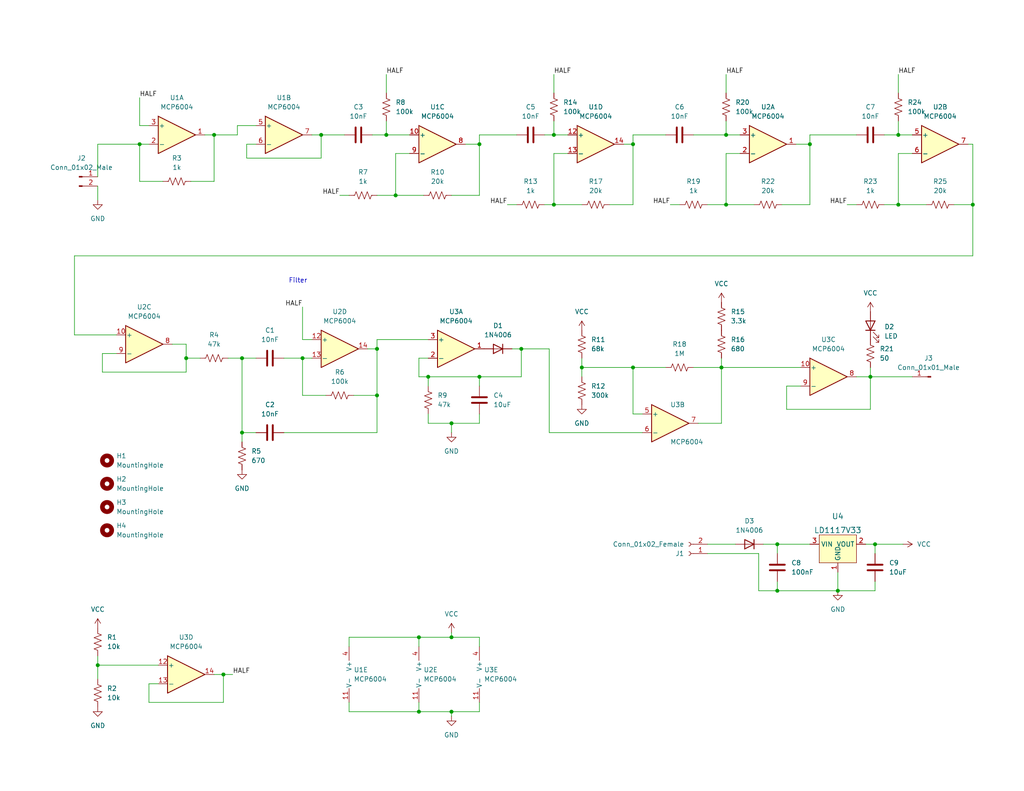
<source format=kicad_sch>
(kicad_sch (version 20211123) (generator eeschema)
  (paper "USLetter")
  (title_block (title "Beacon Detector") (date "2022-04-12") (rev "v2.0"))
  (lib_symbols
    (symbol "Amplifier_Operational:MCP6004" (pin_names (offset 0.127))
      (property "Reference" "U" (at 0 5.08 0))
      (property "Value" "MCP6004" (at 0 -5.08 0))
      (symbol "MCP6004_1_1"
        (polyline (pts (xy -5.08 5.08) (xy 5.08 0) (xy -5.08 -5.08) (xy -5.08 5.08)) (stroke (width 0.254)) (fill (type background)))
        (pin output line (at 7.62 0 180) (length 2.54) (name "~") (number "1"))
        (pin input line (at -7.62 -2.54 0) (length 2.54) (name "-") (number "2"))
        (pin input line (at -7.62 2.54 0) (length 2.54) (name "+") (number "3"))
      )
      (symbol "MCP6004_2_1"
        (polyline (pts (xy -5.08 5.08) (xy 5.08 0) (xy -5.08 -5.08) (xy -5.08 5.08)) (stroke (width 0.254)) (fill (type background)))
        (pin input line (at -7.62 2.54 0) (length 2.54) (name "+") (number "5"))
        (pin input line (at -7.62 -2.54 0) (length 2.54) (name "-") (number "6"))
        (pin output line (at 7.62 0 180) (length 2.54) (name "~") (number "7"))
      )
      (symbol "MCP6004_3_1"
        (polyline (pts (xy -5.08 5.08) (xy 5.08 0) (xy -5.08 -5.08) (xy -5.08 5.08)) (stroke (width 0.254)) (fill (type background)))
        (pin input line (at -7.62 2.54 0) (length 2.54) (name "+") (number "10"))
        (pin output line (at 7.62 0 180) (length 2.54) (name "~") (number "8"))
        (pin input line (at -7.62 -2.54 0) (length 2.54) (name "-") (number "9"))
      )
      (symbol "MCP6004_4_1"
        (polyline (pts (xy -5.08 5.08) (xy 5.08 0) (xy -5.08 -5.08) (xy -5.08 5.08)) (stroke (width 0.254)) (fill (type background)))
        (pin input line (at -7.62 2.54 0) (length 2.54) (name "+") (number "12"))
        (pin input line (at -7.62 -2.54 0) (length 2.54) (name "-") (number "13"))
        (pin output line (at 7.62 0 180) (length 2.54) (name "~") (number "14"))
      )
      (symbol "MCP6004_5_1"
        (pin power_in line (at -2.54 -7.62 90) (length 3.81) (name "V-") (number "11"))
        (pin power_in line (at -2.54 7.62 270) (length 3.81) (name "V+") (number "4"))
      )
    )
    (symbol "Connector:Conn_01x01_Male" (pin_names (offset 1.016) hide)
      (property "Reference" "J" (at 0 2.54 0))
      (property "Value" "Conn_01x01_Male" (at 0 -2.54 0))
      (symbol "Conn_01x01_Male_1_1"
        (polyline (pts (xy 1.27 0) (xy 0.8636 0)) (stroke (width 0.1524)))
        (rectangle (start 0.8636 0.127) (end 0 -0.127) (stroke (width 0.1524)) (fill (type outline)))
        (pin passive line (at 5.08 0 180) (length 3.81) (name "Pin_1") (number "1"))
      )
    )
    (symbol "Connector:Conn_01x02_Female" (pin_names (offset 1.016) hide)
      (property "Reference" "J" (at 0 2.54 0))
      (property "Value" "Conn_01x02_Female" (at 0 -5.08 0))
      (symbol "Conn_01x02_Female_1_1"
        (arc (start 0 -2.032) (mid -0.508 -2.54) (end 0 -3.048) (stroke (width 0.1524)))
        (polyline (pts (xy -1.27 -2.54) (xy -0.508 -2.54)) (stroke (width 0.1524)))
        (polyline (pts (xy -1.27 0) (xy -0.508 0)) (stroke (width 0.1524)))
        (arc (start 0 0.508) (mid -0.508 0) (end 0 -0.508) (stroke (width 0.1524)))
        (pin passive line (at -5.08 0 0) (length 3.81) (name "Pin_1") (number "1"))
        (pin passive line (at -5.08 -2.54 0) (length 3.81) (name "Pin_2") (number "2"))
      )
    )
    (symbol "Connector:Conn_01x02_Male" (pin_names (offset 1.016) hide)
      (property "Reference" "J" (at 0 2.54 0))
      (property "Value" "Conn_01x02_Male" (at 0 -5.08 0))
      (symbol "Conn_01x02_Male_1_1"
        (polyline (pts (xy 1.27 -2.54) (xy 0.8636 -2.54)) (stroke (width 0.1524)))
        (polyline (pts (xy 1.27 0) (xy 0.8636 0)) (stroke (width 0.1524)))
        (rectangle (start 0.8636 -2.413) (end 0 -2.667) (stroke (width 0.1524)) (fill (type outline)))
        (rectangle (start 0.8636 0.127) (end 0 -0.127) (stroke (width 0.1524)) (fill (type outline)))
        (pin passive line (at 5.08 0 180) (length 3.81) (name "Pin_1") (number "1"))
        (pin passive line (at 5.08 -2.54 180) (length 3.81) (name "Pin_2") (number "2"))
      )
    )
    (symbol "Device:C" (pin_numbers hide) (pin_names (offset 0.254))
      (property "Reference" "C" (at 0.635 2.54 0))
      (property "Value" "C" (at 0.635 -2.54 0))
      (symbol "C_0_1"
        (polyline (pts (xy -2.032 -0.762) (xy 2.032 -0.762)) (stroke (width 0.508)))
        (polyline (pts (xy -2.032 0.762) (xy 2.032 0.762)) (stroke (width 0.508)))
      )
      (symbol "C_1_1"
        (pin passive line (at 0 3.81 270) (length 2.794) (name "~") (number "1"))
        (pin passive line (at 0 -3.81 90) (length 2.794) (name "~") (number "2"))
      )
    )
    (symbol "Device:LED" (pin_numbers hide) (pin_names (offset 1.016) hide)
      (property "Reference" "D" (at 0 2.54 0))
      (property "Value" "LED" (at 0 -2.54 0))
      (symbol "LED_0_1"
        (polyline (pts (xy -1.27 -1.27) (xy -1.27 1.27)) (stroke (width 0.254)))
        (polyline (pts (xy -1.27 0) (xy 1.27 0)))
        (polyline (pts (xy 1.27 -1.27) (xy 1.27 1.27) (xy -1.27 0) (xy 1.27 -1.27)) (stroke (width 0.254)))
        (polyline (pts (xy -3.048 -0.762) (xy -4.572 -2.286) (xy -3.81 -2.286) (xy -4.572 -2.286) (xy -4.572 -1.524)))
        (polyline (pts (xy -1.778 -0.762) (xy -3.302 -2.286) (xy -2.54 -2.286) (xy -3.302 -2.286) (xy -3.302 -1.524)))
      )
      (symbol "LED_1_1"
        (pin passive line (at -3.81 0 0) (length 2.54) (name "K") (number "1"))
        (pin passive line (at 3.81 0 180) (length 2.54) (name "A") (number "2"))
      )
    )
    (symbol "Device:R_US" (pin_numbers hide) (pin_names (offset 0))
      (property "Reference" "R" (at 2.54 0 90))
      (property "Value" "R_US" (at -2.54 0 90))
      (symbol "R_US_0_1"
        (polyline (pts (xy 0 -2.286) (xy 0 -2.54)))
        (polyline (pts (xy 0 2.286) (xy 0 2.54)))
        (polyline (pts (xy 0 -0.762) (xy 1.016 -1.143) (xy 0 -1.524) (xy -1.016 -1.905) (xy 0 -2.286)))
        (polyline (pts (xy 0 0.762) (xy 1.016 0.381) (xy 0 0) (xy -1.016 -0.381) (xy 0 -0.762)))
        (polyline (pts (xy 0 2.286) (xy 1.016 1.905) (xy 0 1.524) (xy -1.016 1.143) (xy 0 0.762)))
      )
      (symbol "R_US_1_1"
        (pin passive line (at 0 3.81 270) (length 1.27) (name "~") (number "1"))
        (pin passive line (at 0 -3.81 90) (length 1.27) (name "~") (number "2"))
      )
    )
    (symbol "Diode:1N4006" (pin_numbers hide) (pin_names (offset 1.016) hide)
      (property "Reference" "D" (at 0 2.54 0))
      (property "Value" "1N4006" (at 0 -2.54 0))
      (symbol "1N4006_0_1"
        (polyline (pts (xy -1.27 1.27) (xy -1.27 -1.27)) (stroke (width 0.254)))
        (polyline (pts (xy 1.27 0) (xy -1.27 0)))
        (polyline (pts (xy 1.27 1.27) (xy 1.27 -1.27) (xy -1.27 0) (xy 1.27 1.27)) (stroke (width 0.254)))
      )
      (symbol "1N4006_1_1"
        (pin passive line (at -3.81 0 0) (length 2.54) (name "K") (number "1"))
        (pin passive line (at 3.81 0 180) (length 2.54) (name "A") (number "2"))
      )
    )
    (symbol "Mechanical:MountingHole" (pin_names (offset 1.016))
      (property "Reference" "H" (at 0 5.08 0))
      (property "Value" "MountingHole" (at 0 3.175 0))
      (symbol "MountingHole_0_1"
        (circle (center 0 0) (radius 1.27) (stroke (width 1.27)))
      )
    )
    (symbol "dk_PMIC-Voltage-Regulators-Linear:LD1117V33"
      (property "Reference" "U" (at 0 3.81 0))
      (property "Value" "LD1117V33" (at 0 6.35 0))
      (symbol "LD1117V33_1_1"
        (rectangle (start -5.08 2.54) (end 5.08 -5.08) (fill (type background)))
        (pin power_in line (at 0 -7.62 90) (length 2.54) (name "GND") (number "1"))
        (pin power_out line (at 7.62 0 180) (length 2.54) (name "VOUT") (number "2"))
        (pin power_in line (at -7.62 0 0) (length 2.54) (name "VIN") (number "3"))
      )
    )
    (symbol "power:GND" (power) (pin_names (offset 0))
      (property "Value" "GND" (at 0 -3.81 0))
      (symbol "GND_0_1"
        (polyline (pts (xy 0 0) (xy 0 -1.27) (xy 1.27 -1.27) (xy 0 -2.54) (xy -1.27 -1.27) (xy 0 -1.27)))
      )
      (symbol "GND_1_1"
        (pin power_in line (at 0 0 270) (length 0) hide (name "GND") (number "1"))
      )
    )
    (symbol "power:VCC" (power) (pin_names (offset 0))
      (property "Value" "VCC" (at 0 3.81 0))
      (symbol "VCC_0_1"
        (polyline (pts (xy -0.762 1.27) (xy 0 2.54)))
        (polyline (pts (xy 0 0) (xy 0 2.54)))
        (polyline (pts (xy 0 2.54) (xy 0.762 1.27)))
      )
      (symbol "VCC_1_1"
        (pin power_in line (at 0 0 90) (length 0) hide (name "VCC") (number "1"))
      )
    )
  )
  (junction (at 172.72 100.33))
  (junction (at 116.84 102.87))
  (junction (at 130.81 39.37))
  (junction (at 151.13 55.88))
  (junction (at 102.87 107.95))
  (junction (at 66.04 97.79))
  (junction (at 198.12 55.88))
  (junction (at 114.3 173.99))
  (junction (at 66.04 118.11))
  (junction (at 228.6 161.29))
  (junction (at 50.8 97.79))
  (junction (at 58.42 36.83))
  (junction (at 114.3 194.31))
  (junction (at 151.13 36.83))
  (junction (at 123.19 173.99))
  (junction (at 105.41 36.83))
  (junction (at 212.09 161.29))
  (junction (at 245.11 55.88))
  (junction (at 265.43 55.88))
  (junction (at 123.19 194.31))
  (junction (at 130.81 102.87))
  (junction (at 107.95 53.34))
  (junction (at 172.72 39.37))
  (junction (at 38.1 39.37))
  (junction (at 158.75 100.33))
  (junction (at 212.09 148.59))
  (junction (at 60.96 184.15))
  (junction (at 238.76 148.59))
  (junction (at 142.24 95.25))
  (junction (at 123.19 115.57))
  (junction (at 102.87 95.25))
  (junction (at 87.63 36.83))
  (junction (at 82.55 97.79))
  (junction (at 196.85 100.33))
  (junction (at 220.98 39.37))
  (junction (at 245.11 36.83))
  (junction (at 198.12 36.83))
  (junction (at 237.49 102.87))
  (junction (at 26.67 181.61))
  (wire (pts (xy 218.44 105.41) (xy 214.63 105.41)))
  (wire (pts (xy 220.98 36.83) (xy 233.68 36.83)))
  (wire (pts (xy 38.1 49.53) (xy 44.45 49.53)))
  (wire (pts (xy 123.19 115.57) (xy 123.19 118.11)))
  (wire (pts (xy 138.43 55.88) (xy 140.97 55.88)))
  (wire (pts (xy 154.94 41.91) (xy 151.13 41.91)))
  (wire (pts (xy 40.64 191.77) (xy 60.96 191.77)))
  (wire (pts (xy 27.94 101.6) (xy 50.8 101.6)))
  (wire (pts (xy 114.3 97.79) (xy 114.3 102.87)))
  (wire (pts (xy 198.12 20.32) (xy 198.12 25.4)))
  (wire (pts (xy 212.09 148.59) (xy 220.98 148.59)))
  (wire (pts (xy 66.04 97.79) (xy 69.85 97.79)))
  (wire (pts (xy 26.67 181.61) (xy 26.67 185.42)))
  (wire (pts (xy 50.8 93.98) (xy 50.8 97.79)))
  (wire (pts (xy 166.37 55.88) (xy 172.72 55.88)))
  (wire (pts (xy 238.76 148.59) (xy 238.76 151.13)))
  (wire (pts (xy 212.09 148.59) (xy 212.09 151.13)))
  (wire (pts (xy 26.67 50.8) (xy 26.67 54.61)))
  (wire (pts (xy 172.72 100.33) (xy 158.75 100.33)))
  (wire (pts (xy 158.75 100.33) (xy 158.75 102.87)))
  (wire (pts (xy 130.81 102.87) (xy 142.24 102.87)))
  (wire (pts (xy 26.67 39.37) (xy 38.1 39.37)))
  (wire (pts (xy 245.11 20.32) (xy 245.11 25.4)))
  (wire (pts (xy 43.18 186.69) (xy 40.64 186.69)))
  (wire (pts (xy 213.36 55.88) (xy 220.98 55.88)))
  (wire (pts (xy 87.63 43.18) (xy 87.63 36.83)))
  (wire (pts (xy 193.04 151.13) (xy 207.01 151.13)))
  (wire (pts (xy 151.13 41.91) (xy 151.13 55.88)))
  (wire (pts (xy 130.81 173.99) (xy 130.81 176.53)))
  (wire (pts (xy 231.14 55.88) (xy 233.68 55.88)))
  (wire (pts (xy 82.55 92.71) (xy 82.55 83.82)))
  (wire (pts (xy 220.98 55.88) (xy 220.98 39.37)))
  (wire (pts (xy 87.63 36.83) (xy 93.98 36.83)))
  (wire (pts (xy 130.81 39.37) (xy 130.81 36.83)))
  (wire (pts (xy 26.67 181.61) (xy 26.67 179.07)))
  (wire (pts (xy 107.95 41.91) (xy 107.95 53.34)))
  (wire (pts (xy 50.8 97.79) (xy 54.61 97.79)))
  (wire (pts (xy 116.84 102.87) (xy 130.81 102.87)))
  (wire (pts (xy 64.77 36.83) (xy 64.77 34.29)))
  (wire (pts (xy 245.11 33.02) (xy 245.11 36.83)))
  (wire (pts (xy 198.12 36.83) (xy 201.93 36.83)))
  (wire (pts (xy 142.24 95.25) (xy 149.86 95.25)))
  (wire (pts (xy 241.3 36.83) (xy 245.11 36.83)))
  (wire (pts (xy 69.85 39.37) (xy 67.31 39.37)))
  (wire (pts (xy 245.11 36.83) (xy 248.92 36.83)))
  (wire (pts (xy 148.59 55.88) (xy 151.13 55.88)))
  (wire (pts (xy 248.92 41.91) (xy 245.11 41.91)))
  (wire (pts (xy 95.25 173.99) (xy 114.3 173.99)))
  (wire (pts (xy 193.04 148.59) (xy 200.66 148.59)))
  (wire (pts (xy 95.25 194.31) (xy 95.25 191.77)))
  (wire (pts (xy 102.87 92.71) (xy 116.84 92.71)))
  (wire (pts (xy 196.85 100.33) (xy 218.44 100.33)))
  (wire (pts (xy 100.33 95.25) (xy 102.87 95.25)))
  (wire (pts (xy 189.23 100.33) (xy 196.85 100.33)))
  (wire (pts (xy 148.59 36.83) (xy 151.13 36.83)))
  (wire (pts (xy 238.76 158.75) (xy 238.76 161.29)))
  (wire (pts (xy 60.96 184.15) (xy 63.5 184.15)))
  (wire (pts (xy 26.67 39.37) (xy 26.67 48.26)))
  (wire (pts (xy 245.11 41.91) (xy 245.11 55.88)))
  (wire (pts (xy 175.26 113.03) (xy 172.72 113.03)))
  (wire (pts (xy 31.75 96.52) (xy 27.94 96.52)))
  (wire (pts (xy 130.81 102.87) (xy 130.81 105.41)))
  (wire (pts (xy 105.41 20.32) (xy 105.41 25.4)))
  (wire (pts (xy 114.3 194.31) (xy 95.25 194.31)))
  (wire (pts (xy 172.72 36.83) (xy 172.72 39.37)))
  (wire (pts (xy 237.49 102.87) (xy 248.92 102.87)))
  (wire (pts (xy 130.81 113.03) (xy 130.81 115.57)))
  (wire (pts (xy 237.49 111.76) (xy 237.49 102.87)))
  (wire (pts (xy 58.42 49.53) (xy 52.07 49.53)))
  (wire (pts (xy 38.1 39.37) (xy 38.1 49.53)))
  (wire (pts (xy 208.28 148.59) (xy 212.09 148.59)))
  (wire (pts (xy 67.31 39.37) (xy 67.31 43.18)))
  (wire (pts (xy 130.81 53.34) (xy 130.81 39.37)))
  (wire (pts (xy 172.72 39.37) (xy 172.72 55.88)))
  (wire (pts (xy 87.63 36.83) (xy 85.09 36.83)))
  (wire (pts (xy 214.63 111.76) (xy 237.49 111.76)))
  (wire (pts (xy 38.1 26.67) (xy 38.1 34.29)))
  (wire (pts (xy 50.8 101.6) (xy 50.8 97.79)))
  (wire (pts (xy 130.81 191.77) (xy 130.81 194.31)))
  (wire (pts (xy 139.7 95.25) (xy 142.24 95.25)))
  (wire (pts (xy 55.88 36.83) (xy 58.42 36.83)))
  (wire (pts (xy 102.87 118.11) (xy 102.87 107.95)))
  (wire (pts (xy 170.18 39.37) (xy 172.72 39.37)))
  (wire (pts (xy 212.09 161.29) (xy 207.01 161.29)))
  (wire (pts (xy 130.81 194.31) (xy 123.19 194.31)))
  (wire (pts (xy 46.99 93.98) (xy 50.8 93.98)))
  (wire (pts (xy 172.72 113.03) (xy 172.72 100.33)))
  (wire (pts (xy 189.23 36.83) (xy 198.12 36.83)))
  (wire (pts (xy 77.47 118.11) (xy 102.87 118.11)))
  (wire (pts (xy 40.64 186.69) (xy 40.64 191.77)))
  (wire (pts (xy 241.3 55.88) (xy 245.11 55.88)))
  (wire (pts (xy 88.9 107.95) (xy 82.55 107.95)))
  (wire (pts (xy 20.32 91.44) (xy 31.75 91.44)))
  (wire (pts (xy 111.76 41.91) (xy 107.95 41.91)))
  (wire (pts (xy 123.19 172.72) (xy 123.19 173.99)))
  (wire (pts (xy 27.94 96.52) (xy 27.94 101.6)))
  (wire (pts (xy 212.09 158.75) (xy 212.09 161.29)))
  (wire (pts (xy 151.13 55.88) (xy 158.75 55.88)))
  (wire (pts (xy 238.76 148.59) (xy 246.38 148.59)))
  (wire (pts (xy 214.63 105.41) (xy 214.63 111.76)))
  (wire (pts (xy 149.86 95.25) (xy 149.86 118.11)))
  (wire (pts (xy 151.13 36.83) (xy 154.94 36.83)))
  (wire (pts (xy 245.11 55.88) (xy 252.73 55.88)))
  (wire (pts (xy 265.43 69.85) (xy 20.32 69.85)))
  (wire (pts (xy 237.49 100.33) (xy 237.49 102.87)))
  (wire (pts (xy 64.77 34.29) (xy 69.85 34.29)))
  (wire (pts (xy 265.43 55.88) (xy 265.43 39.37)))
  (wire (pts (xy 228.6 161.29) (xy 228.6 156.21)))
  (wire (pts (xy 62.23 97.79) (xy 66.04 97.79)))
  (wire (pts (xy 236.22 148.59) (xy 238.76 148.59)))
  (wire (pts (xy 123.19 173.99) (xy 130.81 173.99)))
  (wire (pts (xy 220.98 36.83) (xy 220.98 39.37)))
  (wire (pts (xy 238.76 161.29) (xy 228.6 161.29)))
  (wire (pts (xy 114.3 173.99) (xy 123.19 173.99)))
  (wire (pts (xy 198.12 55.88) (xy 205.74 55.88)))
  (wire (pts (xy 142.24 102.87) (xy 142.24 95.25)))
  (wire (pts (xy 38.1 39.37) (xy 40.64 39.37)))
  (wire (pts (xy 102.87 107.95) (xy 96.52 107.95)))
  (wire (pts (xy 116.84 102.87) (xy 116.84 105.41)))
  (wire (pts (xy 102.87 95.25) (xy 102.87 92.71)))
  (wire (pts (xy 101.6 36.83) (xy 105.41 36.83)))
  (wire (pts (xy 105.41 33.02) (xy 105.41 36.83)))
  (wire (pts (xy 130.81 36.83) (xy 140.97 36.83)))
  (wire (pts (xy 82.55 97.79) (xy 85.09 97.79)))
  (wire (pts (xy 217.17 39.37) (xy 220.98 39.37)))
  (wire (pts (xy 212.09 161.29) (xy 228.6 161.29)))
  (wire (pts (xy 58.42 36.83) (xy 58.42 49.53)))
  (wire (pts (xy 265.43 55.88) (xy 265.43 69.85)))
  (wire (pts (xy 67.31 43.18) (xy 87.63 43.18)))
  (wire (pts (xy 60.96 184.15) (xy 58.42 184.15)))
  (wire (pts (xy 114.3 173.99) (xy 114.3 176.53)))
  (wire (pts (xy 102.87 95.25) (xy 102.87 107.95)))
  (wire (pts (xy 158.75 97.79) (xy 158.75 100.33)))
  (wire (pts (xy 58.42 36.83) (xy 64.77 36.83)))
  (wire (pts (xy 260.35 55.88) (xy 265.43 55.88)))
  (wire (pts (xy 151.13 33.02) (xy 151.13 36.83)))
  (wire (pts (xy 264.16 39.37) (xy 265.43 39.37)))
  (wire (pts (xy 196.85 100.33) (xy 196.85 115.57)))
  (wire (pts (xy 60.96 191.77) (xy 60.96 184.15)))
  (wire (pts (xy 149.86 118.11) (xy 175.26 118.11)))
  (wire (pts (xy 201.93 41.91) (xy 198.12 41.91)))
  (wire (pts (xy 66.04 97.79) (xy 66.04 118.11)))
  (wire (pts (xy 105.41 36.83) (xy 111.76 36.83)))
  (wire (pts (xy 95.25 176.53) (xy 95.25 173.99)))
  (wire (pts (xy 114.3 102.87) (xy 116.84 102.87)))
  (wire (pts (xy 123.19 194.31) (xy 114.3 194.31)))
  (wire (pts (xy 123.19 195.58) (xy 123.19 194.31)))
  (wire (pts (xy 38.1 34.29) (xy 40.64 34.29)))
  (wire (pts (xy 198.12 33.02) (xy 198.12 36.83)))
  (wire (pts (xy 116.84 115.57) (xy 123.19 115.57)))
  (wire (pts (xy 207.01 161.29) (xy 207.01 151.13)))
  (wire (pts (xy 66.04 118.11) (xy 69.85 118.11)))
  (wire (pts (xy 85.09 92.71) (xy 82.55 92.71)))
  (wire (pts (xy 116.84 113.03) (xy 116.84 115.57)))
  (wire (pts (xy 123.19 53.34) (xy 130.81 53.34)))
  (wire (pts (xy 193.04 55.88) (xy 198.12 55.88)))
  (wire (pts (xy 127 39.37) (xy 130.81 39.37)))
  (wire (pts (xy 172.72 100.33) (xy 181.61 100.33)))
  (wire (pts (xy 114.3 191.77) (xy 114.3 194.31)))
  (wire (pts (xy 237.49 102.87) (xy 233.68 102.87)))
  (wire (pts (xy 107.95 53.34) (xy 115.57 53.34)))
  (wire (pts (xy 66.04 118.11) (xy 66.04 120.65)))
  (wire (pts (xy 20.32 69.85) (xy 20.32 91.44)))
  (wire (pts (xy 196.85 97.79) (xy 196.85 100.33)))
  (wire (pts (xy 182.88 55.88) (xy 185.42 55.88)))
  (wire (pts (xy 92.71 53.34) (xy 95.25 53.34)))
  (wire (pts (xy 123.19 115.57) (xy 130.81 115.57)))
  (wire (pts (xy 102.87 53.34) (xy 107.95 53.34)))
  (wire (pts (xy 198.12 41.91) (xy 198.12 55.88)))
  (wire (pts (xy 43.18 181.61) (xy 26.67 181.61)))
  (wire (pts (xy 82.55 107.95) (xy 82.55 97.79)))
  (wire (pts (xy 116.84 97.79) (xy 114.3 97.79)))
  (wire (pts (xy 151.13 20.32) (xy 151.13 25.4)))
  (wire (pts (xy 190.5 115.57) (xy 196.85 115.57)))
  (wire (pts (xy 77.47 97.79) (xy 82.55 97.79)))
  (wire (pts (xy 172.72 36.83) (xy 181.61 36.83)))
  (text "Filter" (at 78.74 77.47 0) (effects (font (size 1.27 1.27)) (justify left bottom)))
  (label "HALF" (at 245.11 20.32 0))
  (label "HALF" (at 63.5 184.15 0))
  (label "HALF" (at 151.13 20.32 0))
  (label "HALF" (at 231.14 55.88 180))
  (label "HALF" (at 138.43 55.88 180))
  (label "HALF" (at 38.1 26.67 0))
  (label "HALF" (at 198.12 20.32 0))
  (label "HALF" (at 92.71 53.34 180))
  (label "HALF" (at 182.88 55.88 180))
  (label "HALF" (at 105.41 20.32 0))
  (label "HALF" (at 82.55 83.82 180))
  (symbol (lib_id "Device:R_US") (at 116.84 109.22 0) (unit 1)
    (property "Reference" "R9" (at 119.38 107.9499 0) (effects (justify left)))
    (property "Value" "47k" (at 119.38 110.4899 0) (effects (justify left)))
    (property "Footprint" "Resistor_THT:R_Axial_DIN0204_L3.6mm_D1.6mm_P7.62mm_Horizontal" (effects hide))
  )
  (symbol (lib_id "Amplifier_Operational:MCP6004") (at 116.84 184.15 0) (unit 5)
    (property "Reference" "U2" (at 115.57 182.8799 0) (effects (justify left)))
    (property "Value" "MCP6004" (at 115.57 185.4199 0) (effects (justify left)))
    (property "Footprint" "Package_DIP:DIP-14_W7.62mm" (effects hide))
    (property "Datasheet" "http://ww1.microchip.com/downloads/en/DeviceDoc/21733j.pdf" (effects hide))
  )
  (symbol (lib_id "Device:R_US") (at 99.06 53.34 90) (unit 1)
    (property "Reference" "R7" (at 99.06 46.99 90))
    (property "Value" "1k" (at 99.06 49.53 90))
    (property "Footprint" "Resistor_THT:R_Axial_DIN0204_L3.6mm_D1.6mm_P7.62mm_Horizontal" (effects hide))
  )
  (symbol (lib_id "Device:LED") (at 237.49 88.9 90) (unit 1)
    (property "Reference" "D2" (at 241.3 89.2174 90) (effects (justify right)))
    (property "Value" "LED" (at 241.3 91.7574 90) (effects (justify right)))
    (property "Footprint" "LED_THT:LED_D5.0mm" (effects hide))
  )
  (symbol (lib_id "Connector:Conn_01x02_Male") (at 21.59 48.26 0) (unit 1)
    (property "Reference" "J2" (at 22.225 43.18 0))
    (property "Value" "Conn_01x02_Male" (at 22.225 45.72 0))
    (property "Footprint" "Connector_PinHeader_2.54mm:PinHeader_1x02_P2.54mm_Vertical" (effects hide))
  )
  (symbol (lib_id "Amplifier_Operational:MCP6004") (at 77.47 36.83 0) (unit 2)
    (property "Reference" "U1" (at 77.47 26.67 0))
    (property "Value" "MCP6004" (at 77.47 29.21 0))
    (property "Footprint" "Package_DIP:DIP-14_W7.62mm" (effects hide))
    (property "Datasheet" "http://ww1.microchip.com/downloads/en/DeviceDoc/21733j.pdf" (effects hide))
  )
  (symbol (lib_id "Device:R_US") (at 105.41 29.21 180) (unit 1)
    (property "Reference" "R8" (at 107.95 27.9399 0) (effects (justify right)))
    (property "Value" "100k" (at 107.95 30.4799 0) (effects (justify right)))
    (property "Footprint" "Resistor_THT:R_Axial_DIN0204_L3.6mm_D1.6mm_P7.62mm_Horizontal" (effects hide))
  )
  (symbol (lib_id "Amplifier_Operational:MCP6004") (at 92.71 95.25 0) (unit 4)
    (property "Reference" "U2" (at 92.71 85.09 0))
    (property "Value" "MCP6004" (at 92.71 87.63 0))
    (property "Footprint" "Package_DIP:DIP-14_W7.62mm" (effects hide))
    (property "Datasheet" "http://ww1.microchip.com/downloads/en/DeviceDoc/21733j.pdf" (effects hide))
  )
  (symbol (lib_id "Device:C") (at 212.09 154.94 0) (unit 1)
    (property "Reference" "C8" (at 215.9 153.6699 0) (effects (justify left)))
    (property "Value" "100nF" (at 215.9 156.2099 0) (effects (justify left)))
    (property "Footprint" "Capacitor_THT:C_Rect_L4.0mm_W2.5mm_P2.50mm" (effects hide))
  )
  (symbol (lib_id "Amplifier_Operational:MCP6004") (at 133.35 184.15 0) (unit 5)
    (property "Reference" "U3" (at 132.08 182.8799 0) (effects (justify left)))
    (property "Value" "MCP6004" (at 132.08 185.4199 0) (effects (justify left)))
    (property "Footprint" "Package_DIP:DIP-14_W7.62mm" (effects hide))
    (property "Datasheet" "http://ww1.microchip.com/downloads/en/DeviceDoc/21733j.pdf" (effects hide))
  )
  (symbol (lib_id "Device:C") (at 185.42 36.83 90) (unit 1)
    (property "Reference" "C6" (at 185.42 29.21 90))
    (property "Value" "10nF" (at 185.42 31.75 90))
    (property "Footprint" "Capacitor_THT:C_Disc_D5.0mm_W2.5mm_P5.00mm" (effects hide))
  )
  (symbol (lib_id "power:GND") (at 228.6 161.29 0) (unit 1)
    (property "Reference" "#PWR0104" (effects hide))
    (property "Value" "GND" (at 228.6 166.37 0))
  )
  (symbol (lib_id "Diode:1N4006") (at 204.47 148.59 180) (unit 1)
    (property "Reference" "D3" (at 204.47 142.24 0))
    (property "Value" "1N4006" (at 204.47 144.78 0))
    (property "Footprint" "Diode_THT:D_DO-41_SOD81_P10.16mm_Horizontal" (effects hide))
    (property "Datasheet" "http://www.vishay.com/docs/88503/1n4001.pdf" (effects hide))
  )
  (symbol (lib_id "Device:R_US") (at 185.42 100.33 90) (unit 1)
    (property "Reference" "R18" (at 185.42 93.98 90))
    (property "Value" "1M" (at 185.42 96.52 90))
    (property "Footprint" "Resistor_THT:R_Axial_DIN0204_L3.6mm_D1.6mm_P7.62mm_Horizontal" (effects hide))
  )
  (symbol (lib_id "Device:C") (at 97.79 36.83 90) (unit 1)
    (property "Reference" "C3" (at 97.79 29.21 90))
    (property "Value" "10nF" (at 97.79 31.75 90))
    (property "Footprint" "Capacitor_THT:C_Disc_D5.0mm_W2.5mm_P5.00mm" (effects hide))
  )
  (symbol (lib_id "Amplifier_Operational:MCP6004") (at 182.88 115.57 0) (unit 2)
    (property "Reference" "U3" (at 182.88 110.49 0) (effects (justify left)))
    (property "Value" "MCP6004" (at 182.88 120.65 0) (effects (justify left)))
    (property "Footprint" "Package_DIP:DIP-14_W7.62mm" (effects hide))
    (property "Datasheet" "http://ww1.microchip.com/downloads/en/DeviceDoc/21733j.pdf" (effects hide))
  )
  (symbol (lib_id "Device:C") (at 130.81 109.22 0) (unit 1)
    (property "Reference" "C4" (at 134.62 107.9499 0) (effects (justify left)))
    (property "Value" "10uF" (at 134.62 110.4899 0) (effects (justify left)))
    (property "Footprint" "Capacitor_THT:CP_Radial_D5.0mm_P2.50mm" (effects hide))
  )
  (symbol (lib_id "Amplifier_Operational:MCP6004") (at 162.56 39.37 0) (unit 4)
    (property "Reference" "U1" (at 162.56 29.21 0))
    (property "Value" "MCP6004" (at 162.56 31.75 0))
    (property "Footprint" "Package_DIP:DIP-14_W7.62mm" (effects hide))
    (property "Datasheet" "http://ww1.microchip.com/downloads/en/DeviceDoc/21733j.pdf" (effects hide))
  )
  (symbol (lib_id "Amplifier_Operational:MCP6004") (at 226.06 102.87 0) (unit 3)
    (property "Reference" "U3" (at 226.06 92.71 0))
    (property "Value" "MCP6004" (at 226.06 95.25 0))
    (property "Footprint" "Package_DIP:DIP-14_W7.62mm" (effects hide))
    (property "Datasheet" "http://ww1.microchip.com/downloads/en/DeviceDoc/21733j.pdf" (effects hide))
  )
  (symbol (lib_id "Mechanical:MountingHole") (at 29.21 125.73 0) (unit 1)
    (property "Reference" "H1" (at 31.75 124.4599 0) (effects (justify left)))
    (property "Value" "MountingHole" (at 31.75 126.9999 0) (effects (justify left)))
    (property "Footprint" "MountingHole:MountingHole_3.2mm_M3" (effects hide))
  )
  (symbol (lib_id "Device:R_US") (at 256.54 55.88 90) (unit 1)
    (property "Reference" "R25" (at 256.54 49.53 90))
    (property "Value" "20k" (at 256.54 52.07 90))
    (property "Footprint" "Resistor_THT:R_Axial_DIN0204_L3.6mm_D1.6mm_P7.62mm_Horizontal" (effects hide))
  )
  (symbol (lib_id "Device:R_US") (at 189.23 55.88 90) (unit 1)
    (property "Reference" "R19" (at 189.23 49.53 90))
    (property "Value" "1k" (at 189.23 52.07 90))
    (property "Footprint" "Resistor_THT:R_Axial_DIN0204_L3.6mm_D1.6mm_P7.62mm_Horizontal" (effects hide))
  )
  (symbol (lib_id "Diode:1N4006") (at 135.89 95.25 180) (unit 1)
    (property "Reference" "D1" (at 135.89 88.9 0))
    (property "Value" "1N4006" (at 135.89 91.44 0))
    (property "Footprint" "Diode_THT:D_DO-41_SOD81_P10.16mm_Horizontal" (effects hide))
    (property "Datasheet" "http://www.vishay.com/docs/88503/1n4001.pdf" (effects hide))
  )
  (symbol (lib_id "Amplifier_Operational:MCP6004") (at 124.46 95.25 0) (unit 1)
    (property "Reference" "U3" (at 124.46 85.09 0))
    (property "Value" "MCP6004" (at 124.46 87.63 0))
    (property "Footprint" "Package_DIP:DIP-14_W7.62mm" (effects hide))
    (property "Datasheet" "http://ww1.microchip.com/downloads/en/DeviceDoc/21733j.pdf" (effects hide))
  )
  (symbol (lib_id "power:VCC") (at 158.75 90.17 0) (unit 1)
    (property "Reference" "#PWR07" (effects hide))
    (property "Value" "VCC" (at 158.75 85.09 0))
  )
  (symbol (lib_id "power:GND") (at 66.04 128.27 0) (unit 1)
    (property "Reference" "#PWR02" (effects hide))
    (property "Value" "GND" (at 66.04 133.35 0))
  )
  (symbol (lib_id "Amplifier_Operational:MCP6004") (at 39.37 93.98 0) (unit 3)
    (property "Reference" "U2" (at 39.37 83.82 0))
    (property "Value" "MCP6004" (at 39.37 86.36 0))
    (property "Footprint" "Package_DIP:DIP-14_W7.62mm" (effects hide))
    (property "Datasheet" "http://ww1.microchip.com/downloads/en/DeviceDoc/21733j.pdf" (effects hide))
  )
  (symbol (lib_id "Device:R_US") (at 196.85 93.98 180) (unit 1)
    (property "Reference" "R16" (at 199.39 92.7099 0) (effects (justify right)))
    (property "Value" "680" (at 199.39 95.2499 0) (effects (justify right)))
    (property "Footprint" "Resistor_THT:R_Axial_DIN0204_L3.6mm_D1.6mm_P7.62mm_Horizontal" (effects hide))
  )
  (symbol (lib_id "Device:R_US") (at 26.67 189.23 0) (unit 1)
    (property "Reference" "R2" (at 29.21 187.9599 0) (effects (justify left)))
    (property "Value" "10k" (at 29.21 190.4999 0) (effects (justify left)))
    (property "Footprint" "Resistor_THT:R_Axial_DIN0204_L3.6mm_D1.6mm_P7.62mm_Horizontal" (effects hide))
  )
  (symbol (lib_id "power:VCC") (at 246.38 148.59 270) (unit 1)
    (property "Reference" "#PWR0103" (effects hide))
    (property "Value" "VCC" (at 250.19 148.5899 90) (effects (justify left)))
  )
  (symbol (lib_id "Device:R_US") (at 58.42 97.79 90) (unit 1)
    (property "Reference" "R4" (at 58.42 91.44 90))
    (property "Value" "47k" (at 58.42 93.98 90))
    (property "Footprint" "Resistor_THT:R_Axial_DIN0204_L3.6mm_D1.6mm_P7.62mm_Horizontal" (effects hide))
  )
  (symbol (lib_id "Device:R_US") (at 48.26 49.53 90) (unit 1)
    (property "Reference" "R3" (at 48.26 43.18 90))
    (property "Value" "1k" (at 48.26 45.72 90))
    (property "Footprint" "Resistor_THT:R_Axial_DIN0204_L3.6mm_D1.6mm_P7.62mm_Horizontal" (effects hide))
  )
  (symbol (lib_id "Device:C") (at 73.66 97.79 90) (unit 1)
    (property "Reference" "C1" (at 73.66 90.17 90))
    (property "Value" "10nF" (at 73.66 92.71 90))
    (property "Footprint" "Capacitor_THT:C_Rect_L7.0mm_W3.5mm_P5.00mm" (effects hide))
  )
  (symbol (lib_id "power:VCC") (at 237.49 85.09 0) (unit 1)
    (property "Reference" "#PWR010" (effects hide))
    (property "Value" "VCC" (at 237.49 80.01 0))
  )
  (symbol (lib_id "Device:R_US") (at 92.71 107.95 90) (unit 1)
    (property "Reference" "R6" (at 92.71 101.6 90))
    (property "Value" "100k" (at 92.71 104.14 90))
    (property "Footprint" "Resistor_THT:R_Axial_DIN0204_L3.6mm_D1.6mm_P7.62mm_Horizontal" (effects hide))
  )
  (symbol (lib_id "Device:R_US") (at 245.11 29.21 180) (unit 1)
    (property "Reference" "R24" (at 247.65 27.9399 0) (effects (justify right)))
    (property "Value" "100k" (at 247.65 30.4799 0) (effects (justify right)))
    (property "Footprint" "Resistor_THT:R_Axial_DIN0204_L3.6mm_D1.6mm_P7.62mm_Horizontal" (effects hide))
  )
  (symbol (lib_id "dk_PMIC-Voltage-Regulators-Linear:LD1117V33") (at 228.6 148.59 0) (unit 1)
    (property "Reference" "U4" (at 228.6 140.97 0) (effects (font (size 1.524 1.524))))
    (property "Value" "LD1117V33" (at 228.6 144.78 0) (effects (font (size 1.524 1.524))))
    (property "Footprint" "digikey-footprints:TO-220-3" (effects hide))
    (property "Datasheet" "http://www.st.com/content/ccc/resource/technical/document/datasheet/99/3b/7d/91/91/51/4b/be/CD00000544.pdf/files/CD00000544.pdf/jcr:content/translations/en.CD00000544.pdf" (effects hide))
    (property "Digi-Key_PN" "497-1491-5-ND" (effects hide))
    (property "MPN" "LD1117V33" (effects hide))
    (property "Category" "Integrated Circuits (ICs)" (effects hide))
    (property "Family" "PMIC - Voltage Regulators - Linear" (effects hide))
    (property "DK_Datasheet_Link" "http://www.st.com/content/ccc/resource/technical/document/datasheet/99/3b/7d/91/91/51/4b/be/CD00000544.pdf/files/CD00000544.pdf/jcr:content/translations/en.CD00000544.pdf" (effects hide))
    (property "DK_Detail_Page" "/product-detail/en/stmicroelectronics/LD1117V33/497-1491-5-ND/586012" (effects hide))
    (property "Description" "IC REG LINEAR 3.3V 800MA TO220AB" (effects hide))
    (property "Manufacturer" "STMicroelectronics" (effects hide))
    (property "Status" "Active" (effects hide))
  )
  (symbol (lib_id "Mechanical:MountingHole") (at 29.21 132.08 0) (unit 1)
    (property "Reference" "H2" (at 31.75 130.8099 0) (effects (justify left)))
    (property "Value" "MountingHole" (at 31.75 133.3499 0) (effects (justify left)))
    (property "Footprint" "MountingHole:MountingHole_3.2mm_M3" (effects hide))
  )
  (symbol (lib_id "Device:R_US") (at 196.85 86.36 180) (unit 1)
    (property "Reference" "R15" (at 199.39 85.0899 0) (effects (justify right)))
    (property "Value" "3.3k" (at 199.39 87.6299 0) (effects (justify right)))
    (property "Footprint" "Resistor_THT:R_Axial_DIN0204_L3.6mm_D1.6mm_P7.62mm_Horizontal" (effects hide))
  )
  (symbol (lib_id "Connector:Conn_01x02_Female") (at 187.96 151.13 180) (unit 1)
    (property "Reference" "J1" (at 186.69 151.1301 0) (effects (justify left)))
    (property "Value" "Conn_01x02_Female" (at 186.69 148.5901 0) (effects (justify left)))
    (property "Footprint" "Connector_Molex:Molex_KK-396_A-41792-0002_1x02_P3.96mm_Horizontal" (effects hide))
  )
  (symbol (lib_id "Mechanical:MountingHole") (at 29.21 138.43 0) (unit 1)
    (property "Reference" "H3" (at 31.75 137.1599 0) (effects (justify left)))
    (property "Value" "MountingHole" (at 31.75 139.6999 0) (effects (justify left)))
    (property "Footprint" "MountingHole:MountingHole_3.2mm_M3" (effects hide))
  )
  (symbol (lib_id "Device:R_US") (at 119.38 53.34 90) (unit 1)
    (property "Reference" "R10" (at 119.38 46.99 90))
    (property "Value" "20k" (at 119.38 49.53 90))
    (property "Footprint" "Resistor_THT:R_Axial_DIN0204_L3.6mm_D1.6mm_P7.62mm_Horizontal" (effects hide))
  )
  (symbol (lib_id "Device:C") (at 73.66 118.11 90) (unit 1)
    (property "Reference" "C2" (at 73.66 110.49 90))
    (property "Value" "10nF" (at 73.66 113.03 90))
    (property "Footprint" "Capacitor_THT:C_Rect_L7.0mm_W3.5mm_P5.00mm" (effects hide))
  )
  (symbol (lib_id "Amplifier_Operational:MCP6004") (at 48.26 36.83 0) (unit 1)
    (property "Reference" "U1" (at 48.26 26.67 0))
    (property "Value" "MCP6004" (at 48.26 29.21 0))
    (property "Footprint" "Package_DIP:DIP-14_W7.62mm" (effects hide))
    (property "Datasheet" "http://ww1.microchip.com/downloads/en/DeviceDoc/21733j.pdf" (effects hide))
  )
  (symbol (lib_id "power:GND") (at 123.19 118.11 0) (unit 1)
    (property "Reference" "#PWR06" (effects hide))
    (property "Value" "GND" (at 123.19 123.19 0))
  )
  (symbol (lib_id "Device:R_US") (at 209.55 55.88 90) (unit 1)
    (property "Reference" "R22" (at 209.55 49.53 90))
    (property "Value" "20k" (at 209.55 52.07 90))
    (property "Footprint" "Resistor_THT:R_Axial_DIN0204_L3.6mm_D1.6mm_P7.62mm_Horizontal" (effects hide))
  )
  (symbol (lib_id "Device:R_US") (at 151.13 29.21 180) (unit 1)
    (property "Reference" "R14" (at 153.67 27.9399 0) (effects (justify right)))
    (property "Value" "100k" (at 153.67 30.4799 0) (effects (justify right)))
    (property "Footprint" "Resistor_THT:R_Axial_DIN0204_L3.6mm_D1.6mm_P7.62mm_Horizontal" (effects hide))
  )
  (symbol (lib_id "Device:C") (at 238.76 154.94 0) (unit 1)
    (property "Reference" "C9" (at 242.57 153.6699 0) (effects (justify left)))
    (property "Value" "10uF" (at 242.57 156.2099 0) (effects (justify left)))
    (property "Footprint" "Capacitor_THT:CP_Radial_D5.0mm_P2.50mm" (effects hide))
  )
  (symbol (lib_id "power:GND") (at 123.19 195.58 0) (unit 1)
    (property "Reference" "#PWR0102" (effects hide))
    (property "Value" "GND" (at 123.19 200.66 0))
  )
  (symbol (lib_id "power:VCC") (at 123.19 172.72 0) (unit 1)
    (property "Reference" "#PWR0101" (effects hide))
    (property "Value" "VCC" (at 123.19 167.64 0))
  )
  (symbol (lib_id "Amplifier_Operational:MCP6004") (at 97.79 184.15 0) (unit 5)
    (property "Reference" "U1" (at 96.52 182.8799 0) (effects (justify left)))
    (property "Value" "MCP6004" (at 96.52 185.4199 0) (effects (justify left)))
    (property "Footprint" "Package_DIP:DIP-14_W7.62mm" (effects hide))
    (property "Datasheet" "http://ww1.microchip.com/downloads/en/DeviceDoc/21733j.pdf" (effects hide))
  )
  (symbol (lib_id "Device:R_US") (at 162.56 55.88 90) (unit 1)
    (property "Reference" "R17" (at 162.56 49.53 90))
    (property "Value" "20k" (at 162.56 52.07 90))
    (property "Footprint" "Resistor_THT:R_Axial_DIN0204_L3.6mm_D1.6mm_P7.62mm_Horizontal" (effects hide))
  )
  (symbol (lib_id "Device:R_US") (at 26.67 175.26 0) (unit 1)
    (property "Reference" "R1" (at 29.21 173.9899 0) (effects (justify left)))
    (property "Value" "10k" (at 29.21 176.5299 0) (effects (justify left)))
    (property "Footprint" "Resistor_THT:R_Axial_DIN0204_L3.6mm_D1.6mm_P7.62mm_Horizontal" (effects hide))
  )
  (symbol (lib_id "Device:R_US") (at 144.78 55.88 90) (unit 1)
    (property "Reference" "R13" (at 144.78 49.53 90))
    (property "Value" "1k" (at 144.78 52.07 90))
    (property "Footprint" "Resistor_THT:R_Axial_DIN0204_L3.6mm_D1.6mm_P7.62mm_Horizontal" (effects hide))
  )
  (symbol (lib_id "Amplifier_Operational:MCP6004") (at 50.8 184.15 0) (unit 4)
    (property "Reference" "U3" (at 50.8 173.99 0))
    (property "Value" "MCP6004" (at 50.8 176.53 0))
    (property "Footprint" "Package_DIP:DIP-14_W7.62mm" (effects hide))
    (property "Datasheet" "http://ww1.microchip.com/downloads/en/DeviceDoc/21733j.pdf" (effects hide))
  )
  (symbol (lib_id "Mechanical:MountingHole") (at 29.21 144.78 0) (unit 1)
    (property "Reference" "H4" (at 31.75 143.5099 0) (effects (justify left)))
    (property "Value" "MountingHole" (at 31.75 146.0499 0) (effects (justify left)))
    (property "Footprint" "MountingHole:MountingHole_3.2mm_M3" (effects hide))
  )
  (symbol (lib_id "Device:C") (at 144.78 36.83 90) (unit 1)
    (property "Reference" "C5" (at 144.78 29.21 90))
    (property "Value" "10nF" (at 144.78 31.75 90))
    (property "Footprint" "Capacitor_THT:C_Disc_D5.0mm_W2.5mm_P5.00mm" (effects hide))
  )
  (symbol (lib_id "power:GND") (at 26.67 54.61 0) (unit 1)
    (property "Reference" "#PWR01" (effects hide))
    (property "Value" "GND" (at 26.67 59.69 0))
  )
  (symbol (lib_id "Device:C") (at 237.49 36.83 90) (unit 1)
    (property "Reference" "C7" (at 237.49 29.21 90))
    (property "Value" "10nF" (at 237.49 31.75 90))
    (property "Footprint" "Capacitor_THT:C_Disc_D5.0mm_W2.5mm_P5.00mm" (effects hide))
  )
  (symbol (lib_id "Device:R_US") (at 198.12 29.21 180) (unit 1)
    (property "Reference" "R20" (at 200.66 27.9399 0) (effects (justify right)))
    (property "Value" "100k" (at 200.66 30.4799 0) (effects (justify right)))
    (property "Footprint" "Resistor_THT:R_Axial_DIN0204_L3.6mm_D1.6mm_P7.62mm_Horizontal" (effects hide))
  )
  (symbol (lib_id "power:VCC") (at 196.85 82.55 0) (unit 1)
    (property "Reference" "#PWR0105" (effects hide))
    (property "Value" "VCC" (at 196.85 77.47 0))
  )
  (symbol (lib_id "power:GND") (at 26.67 193.04 0) (unit 1)
    (property "Reference" "#PWR04" (effects hide))
    (property "Value" "GND" (at 26.67 198.12 0))
  )
  (symbol (lib_id "Device:R_US") (at 237.49 55.88 90) (unit 1)
    (property "Reference" "R23" (at 237.49 49.53 90))
    (property "Value" "1k" (at 237.49 52.07 90))
    (property "Footprint" "Resistor_THT:R_Axial_DIN0204_L3.6mm_D1.6mm_P7.62mm_Horizontal" (effects hide))
  )
  (symbol (lib_id "Device:R_US") (at 158.75 106.68 0) (unit 1)
    (property "Reference" "R12" (at 161.29 105.4099 0) (effects (justify left)))
    (property "Value" "300k" (at 161.29 107.9499 0) (effects (justify left)))
    (property "Footprint" "Resistor_THT:R_Axial_DIN0204_L3.6mm_D1.6mm_P7.62mm_Horizontal" (effects hide))
  )
  (symbol (lib_id "Device:R_US") (at 66.04 124.46 0) (unit 1)
    (property "Reference" "R5" (at 68.58 123.1899 0) (effects (justify left)))
    (property "Value" "670" (at 68.58 125.7299 0) (effects (justify left)))
    (property "Footprint" "Resistor_THT:R_Axial_DIN0204_L3.6mm_D1.6mm_P7.62mm_Horizontal" (effects hide))
  )
  (symbol (lib_id "Amplifier_Operational:MCP6004") (at 119.38 39.37 0) (unit 3)
    (property "Reference" "U1" (at 119.38 29.21 0))
    (property "Value" "MCP6004" (at 119.38 31.75 0))
    (property "Footprint" "Package_DIP:DIP-14_W7.62mm" (effects hide))
    (property "Datasheet" "http://ww1.microchip.com/downloads/en/DeviceDoc/21733j.pdf" (effects hide))
  )
  (symbol (lib_id "Device:R_US") (at 158.75 93.98 0) (unit 1)
    (property "Reference" "R11" (at 161.29 92.7099 0) (effects (justify left)))
    (property "Value" "68k" (at 161.29 95.2499 0) (effects (justify left)))
    (property "Footprint" "Resistor_THT:R_Axial_DIN0204_L3.6mm_D1.6mm_P7.62mm_Horizontal" (effects hide))
  )
  (symbol (lib_id "Amplifier_Operational:MCP6004") (at 256.54 39.37 0) (unit 2)
    (property "Reference" "U2" (at 256.54 29.21 0))
    (property "Value" "MCP6004" (at 256.54 31.75 0))
    (property "Footprint" "Package_DIP:DIP-14_W7.62mm" (effects hide))
    (property "Datasheet" "http://ww1.microchip.com/downloads/en/DeviceDoc/21733j.pdf" (effects hide))
  )
  (symbol (lib_id "Connector:Conn_01x01_Male") (at 254 102.87 180) (unit 1)
    (property "Reference" "J3" (at 253.365 97.79 0))
    (property "Value" "Conn_01x01_Male" (at 253.365 100.33 0))
    (property "Footprint" "Connector_PinHeader_2.54mm:PinHeader_1x01_P2.54mm_Vertical" (effects hide))
  )
  (symbol (lib_id "power:VCC") (at 26.67 171.45 0) (unit 1)
    (property "Reference" "#PWR03" (effects hide))
    (property "Value" "VCC" (at 26.67 166.37 0))
  )
  (symbol (lib_id "Amplifier_Operational:MCP6004") (at 209.55 39.37 0) (unit 1)
    (property "Reference" "U2" (at 209.55 29.21 0))
    (property "Value" "MCP6004" (at 209.55 31.75 0))
    (property "Footprint" "Package_DIP:DIP-14_W7.62mm" (effects hide))
    (property "Datasheet" "http://ww1.microchip.com/downloads/en/DeviceDoc/21733j.pdf" (effects hide))
  )
  (symbol (lib_id "Device:R_US") (at 237.49 96.52 0) (unit 1)
    (property "Reference" "R21" (at 240.03 95.2499 0) (effects (justify left)))
    (property "Value" "50" (at 240.03 97.7899 0) (effects (justify left)))
    (property "Footprint" "Resistor_THT:R_Axial_DIN0204_L3.6mm_D1.6mm_P7.62mm_Horizontal" (effects hide))
  )
  (symbol (lib_id "power:GND") (at 158.75 110.49 0) (unit 1)
    (property "Reference" "#PWR08" (effects hide))
    (property "Value" "GND" (at 158.75 115.57 0))
  )
)
</source>
